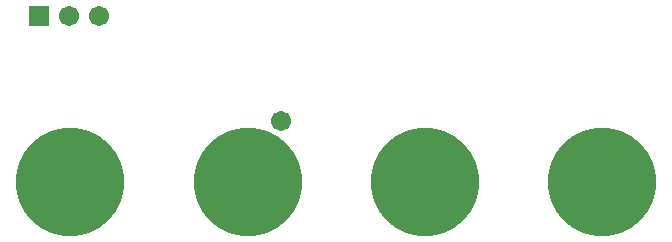
<source format=gbs>
G04*
G04 #@! TF.GenerationSoftware,Altium Limited,Altium Designer,21.0.8 (223)*
G04*
G04 Layer_Color=16711935*
%FSLAX25Y25*%
%MOIN*%
G70*
G04*
G04 #@! TF.SameCoordinates,8BDFEA7E-33B9-40F2-A198-A1E5764946FA*
G04*
G04*
G04 #@! TF.FilePolarity,Negative*
G04*
G01*
G75*
%ADD12C,0.06706*%
%ADD13R,0.06706X0.06706*%
%ADD14C,0.05131*%
%ADD23C,0.36233*%
D12*
X-18500Y10000D02*
D03*
X-79000Y45000D02*
D03*
X-89000D02*
D03*
D13*
X-99000D02*
D03*
D14*
X99110Y1000D02*
D03*
X78055D02*
D03*
Y-21866D02*
D03*
X99110D02*
D03*
X81610Y-3000D02*
D03*
X95110Y-2555D02*
D03*
X95555Y-17866D02*
D03*
X82055Y-18311D02*
D03*
X-36055D02*
D03*
X-22555Y-17866D02*
D03*
X-23000Y-2555D02*
D03*
X-36500Y-3000D02*
D03*
X-19000Y-21866D02*
D03*
X-40055D02*
D03*
Y1000D02*
D03*
X-19000D02*
D03*
D23*
X-29528Y-10433D02*
D03*
X-88583Y-10434D02*
D03*
X29508D02*
D03*
X88583Y-10433D02*
D03*
M02*

</source>
